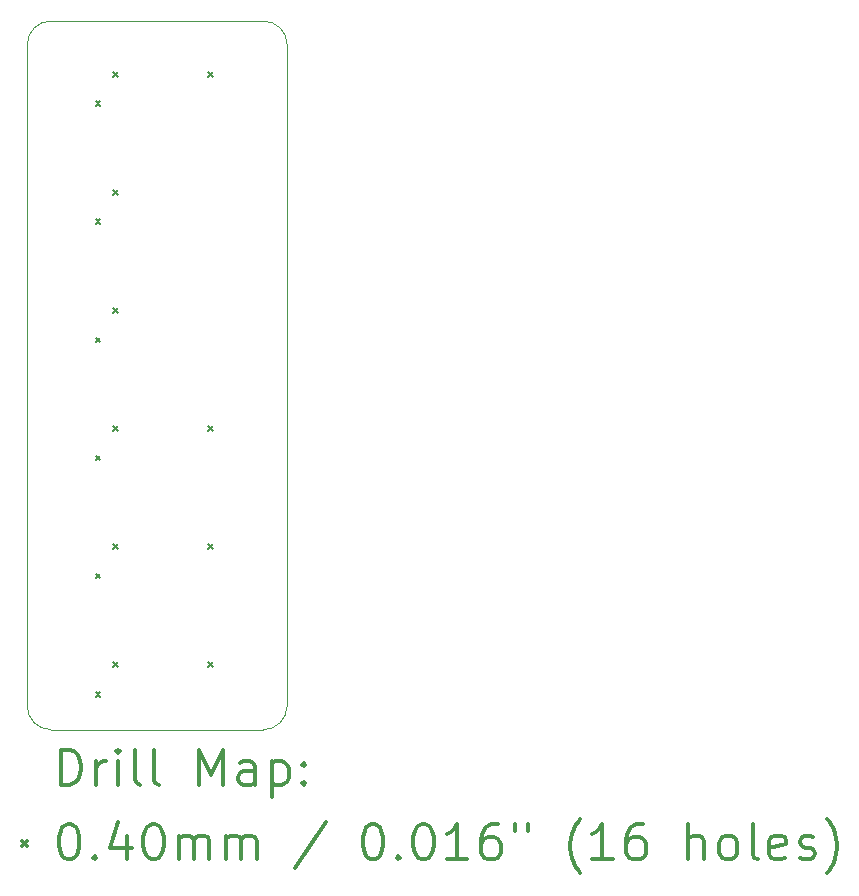
<source format=gbr>
%FSLAX45Y45*%
G04 Gerber Fmt 4.5, Leading zero omitted, Abs format (unit mm)*
G04 Created by KiCad (PCBNEW 5.1.9+dfsg1-1) date 2022-11-10 16:00:45*
%MOMM*%
%LPD*%
G01*
G04 APERTURE LIST*
%TA.AperFunction,Profile*%
%ADD10C,0.050000*%
%TD*%
%ADD11C,0.200000*%
%ADD12C,0.300000*%
G04 APERTURE END LIST*
D10*
X15450000Y-12300000D02*
G75*
G02*
X15250000Y-12500000I-200000J0D01*
G01*
X15250000Y-6500000D02*
G75*
G02*
X15450000Y-6700000I0J-200000D01*
G01*
X13250000Y-6700000D02*
G75*
G02*
X13450000Y-6500000I200000J0D01*
G01*
X13450000Y-12500000D02*
G75*
G02*
X13250000Y-12300000I0J200000D01*
G01*
X15250000Y-6500000D02*
X13450000Y-6500000D01*
X15450000Y-12300000D02*
X15450000Y-6700000D01*
X13250000Y-12300000D02*
X13250000Y-6700000D01*
X13450000Y-12500000D02*
X15250000Y-12500000D01*
D11*
X13830000Y-7180000D02*
X13870000Y-7220000D01*
X13870000Y-7180000D02*
X13830000Y-7220000D01*
X13830000Y-8180000D02*
X13870000Y-8220000D01*
X13870000Y-8180000D02*
X13830000Y-8220000D01*
X13830000Y-9180000D02*
X13870000Y-9220000D01*
X13870000Y-9180000D02*
X13830000Y-9220000D01*
X13830000Y-10180000D02*
X13870000Y-10220000D01*
X13870000Y-10180000D02*
X13830000Y-10220000D01*
X13830000Y-11180000D02*
X13870000Y-11220000D01*
X13870000Y-11180000D02*
X13830000Y-11220000D01*
X13830000Y-12180000D02*
X13870000Y-12220000D01*
X13870000Y-12180000D02*
X13830000Y-12220000D01*
X13980000Y-6930000D02*
X14020000Y-6970000D01*
X14020000Y-6930000D02*
X13980000Y-6970000D01*
X13980000Y-7930000D02*
X14020000Y-7970000D01*
X14020000Y-7930000D02*
X13980000Y-7970000D01*
X13980000Y-8930000D02*
X14020000Y-8970000D01*
X14020000Y-8930000D02*
X13980000Y-8970000D01*
X13980000Y-9930000D02*
X14020000Y-9970000D01*
X14020000Y-9930000D02*
X13980000Y-9970000D01*
X13980000Y-10930000D02*
X14020000Y-10970000D01*
X14020000Y-10930000D02*
X13980000Y-10970000D01*
X13980000Y-11930000D02*
X14020000Y-11970000D01*
X14020000Y-11930000D02*
X13980000Y-11970000D01*
X14780000Y-6930000D02*
X14820000Y-6970000D01*
X14820000Y-6930000D02*
X14780000Y-6970000D01*
X14780000Y-9930000D02*
X14820000Y-9970000D01*
X14820000Y-9930000D02*
X14780000Y-9970000D01*
X14780000Y-10930000D02*
X14820000Y-10970000D01*
X14820000Y-10930000D02*
X14780000Y-10970000D01*
X14780000Y-11930000D02*
X14820000Y-11970000D01*
X14820000Y-11930000D02*
X14780000Y-11970000D01*
D12*
X13533928Y-12968214D02*
X13533928Y-12668214D01*
X13605357Y-12668214D01*
X13648214Y-12682500D01*
X13676786Y-12711071D01*
X13691071Y-12739643D01*
X13705357Y-12796786D01*
X13705357Y-12839643D01*
X13691071Y-12896786D01*
X13676786Y-12925357D01*
X13648214Y-12953929D01*
X13605357Y-12968214D01*
X13533928Y-12968214D01*
X13833928Y-12968214D02*
X13833928Y-12768214D01*
X13833928Y-12825357D02*
X13848214Y-12796786D01*
X13862500Y-12782500D01*
X13891071Y-12768214D01*
X13919643Y-12768214D01*
X14019643Y-12968214D02*
X14019643Y-12768214D01*
X14019643Y-12668214D02*
X14005357Y-12682500D01*
X14019643Y-12696786D01*
X14033928Y-12682500D01*
X14019643Y-12668214D01*
X14019643Y-12696786D01*
X14205357Y-12968214D02*
X14176786Y-12953929D01*
X14162500Y-12925357D01*
X14162500Y-12668214D01*
X14362500Y-12968214D02*
X14333928Y-12953929D01*
X14319643Y-12925357D01*
X14319643Y-12668214D01*
X14705357Y-12968214D02*
X14705357Y-12668214D01*
X14805357Y-12882500D01*
X14905357Y-12668214D01*
X14905357Y-12968214D01*
X15176786Y-12968214D02*
X15176786Y-12811071D01*
X15162500Y-12782500D01*
X15133928Y-12768214D01*
X15076786Y-12768214D01*
X15048214Y-12782500D01*
X15176786Y-12953929D02*
X15148214Y-12968214D01*
X15076786Y-12968214D01*
X15048214Y-12953929D01*
X15033928Y-12925357D01*
X15033928Y-12896786D01*
X15048214Y-12868214D01*
X15076786Y-12853929D01*
X15148214Y-12853929D01*
X15176786Y-12839643D01*
X15319643Y-12768214D02*
X15319643Y-13068214D01*
X15319643Y-12782500D02*
X15348214Y-12768214D01*
X15405357Y-12768214D01*
X15433928Y-12782500D01*
X15448214Y-12796786D01*
X15462500Y-12825357D01*
X15462500Y-12911071D01*
X15448214Y-12939643D01*
X15433928Y-12953929D01*
X15405357Y-12968214D01*
X15348214Y-12968214D01*
X15319643Y-12953929D01*
X15591071Y-12939643D02*
X15605357Y-12953929D01*
X15591071Y-12968214D01*
X15576786Y-12953929D01*
X15591071Y-12939643D01*
X15591071Y-12968214D01*
X15591071Y-12782500D02*
X15605357Y-12796786D01*
X15591071Y-12811071D01*
X15576786Y-12796786D01*
X15591071Y-12782500D01*
X15591071Y-12811071D01*
X13207500Y-13442500D02*
X13247500Y-13482500D01*
X13247500Y-13442500D02*
X13207500Y-13482500D01*
X13591071Y-13298214D02*
X13619643Y-13298214D01*
X13648214Y-13312500D01*
X13662500Y-13326786D01*
X13676786Y-13355357D01*
X13691071Y-13412500D01*
X13691071Y-13483929D01*
X13676786Y-13541071D01*
X13662500Y-13569643D01*
X13648214Y-13583929D01*
X13619643Y-13598214D01*
X13591071Y-13598214D01*
X13562500Y-13583929D01*
X13548214Y-13569643D01*
X13533928Y-13541071D01*
X13519643Y-13483929D01*
X13519643Y-13412500D01*
X13533928Y-13355357D01*
X13548214Y-13326786D01*
X13562500Y-13312500D01*
X13591071Y-13298214D01*
X13819643Y-13569643D02*
X13833928Y-13583929D01*
X13819643Y-13598214D01*
X13805357Y-13583929D01*
X13819643Y-13569643D01*
X13819643Y-13598214D01*
X14091071Y-13398214D02*
X14091071Y-13598214D01*
X14019643Y-13283929D02*
X13948214Y-13498214D01*
X14133928Y-13498214D01*
X14305357Y-13298214D02*
X14333928Y-13298214D01*
X14362500Y-13312500D01*
X14376786Y-13326786D01*
X14391071Y-13355357D01*
X14405357Y-13412500D01*
X14405357Y-13483929D01*
X14391071Y-13541071D01*
X14376786Y-13569643D01*
X14362500Y-13583929D01*
X14333928Y-13598214D01*
X14305357Y-13598214D01*
X14276786Y-13583929D01*
X14262500Y-13569643D01*
X14248214Y-13541071D01*
X14233928Y-13483929D01*
X14233928Y-13412500D01*
X14248214Y-13355357D01*
X14262500Y-13326786D01*
X14276786Y-13312500D01*
X14305357Y-13298214D01*
X14533928Y-13598214D02*
X14533928Y-13398214D01*
X14533928Y-13426786D02*
X14548214Y-13412500D01*
X14576786Y-13398214D01*
X14619643Y-13398214D01*
X14648214Y-13412500D01*
X14662500Y-13441071D01*
X14662500Y-13598214D01*
X14662500Y-13441071D02*
X14676786Y-13412500D01*
X14705357Y-13398214D01*
X14748214Y-13398214D01*
X14776786Y-13412500D01*
X14791071Y-13441071D01*
X14791071Y-13598214D01*
X14933928Y-13598214D02*
X14933928Y-13398214D01*
X14933928Y-13426786D02*
X14948214Y-13412500D01*
X14976786Y-13398214D01*
X15019643Y-13398214D01*
X15048214Y-13412500D01*
X15062500Y-13441071D01*
X15062500Y-13598214D01*
X15062500Y-13441071D02*
X15076786Y-13412500D01*
X15105357Y-13398214D01*
X15148214Y-13398214D01*
X15176786Y-13412500D01*
X15191071Y-13441071D01*
X15191071Y-13598214D01*
X15776786Y-13283929D02*
X15519643Y-13669643D01*
X16162500Y-13298214D02*
X16191071Y-13298214D01*
X16219643Y-13312500D01*
X16233928Y-13326786D01*
X16248214Y-13355357D01*
X16262500Y-13412500D01*
X16262500Y-13483929D01*
X16248214Y-13541071D01*
X16233928Y-13569643D01*
X16219643Y-13583929D01*
X16191071Y-13598214D01*
X16162500Y-13598214D01*
X16133928Y-13583929D01*
X16119643Y-13569643D01*
X16105357Y-13541071D01*
X16091071Y-13483929D01*
X16091071Y-13412500D01*
X16105357Y-13355357D01*
X16119643Y-13326786D01*
X16133928Y-13312500D01*
X16162500Y-13298214D01*
X16391071Y-13569643D02*
X16405357Y-13583929D01*
X16391071Y-13598214D01*
X16376786Y-13583929D01*
X16391071Y-13569643D01*
X16391071Y-13598214D01*
X16591071Y-13298214D02*
X16619643Y-13298214D01*
X16648214Y-13312500D01*
X16662500Y-13326786D01*
X16676786Y-13355357D01*
X16691071Y-13412500D01*
X16691071Y-13483929D01*
X16676786Y-13541071D01*
X16662500Y-13569643D01*
X16648214Y-13583929D01*
X16619643Y-13598214D01*
X16591071Y-13598214D01*
X16562500Y-13583929D01*
X16548214Y-13569643D01*
X16533928Y-13541071D01*
X16519643Y-13483929D01*
X16519643Y-13412500D01*
X16533928Y-13355357D01*
X16548214Y-13326786D01*
X16562500Y-13312500D01*
X16591071Y-13298214D01*
X16976786Y-13598214D02*
X16805357Y-13598214D01*
X16891071Y-13598214D02*
X16891071Y-13298214D01*
X16862500Y-13341071D01*
X16833928Y-13369643D01*
X16805357Y-13383929D01*
X17233928Y-13298214D02*
X17176786Y-13298214D01*
X17148214Y-13312500D01*
X17133928Y-13326786D01*
X17105357Y-13369643D01*
X17091071Y-13426786D01*
X17091071Y-13541071D01*
X17105357Y-13569643D01*
X17119643Y-13583929D01*
X17148214Y-13598214D01*
X17205357Y-13598214D01*
X17233928Y-13583929D01*
X17248214Y-13569643D01*
X17262500Y-13541071D01*
X17262500Y-13469643D01*
X17248214Y-13441071D01*
X17233928Y-13426786D01*
X17205357Y-13412500D01*
X17148214Y-13412500D01*
X17119643Y-13426786D01*
X17105357Y-13441071D01*
X17091071Y-13469643D01*
X17376786Y-13298214D02*
X17376786Y-13355357D01*
X17491071Y-13298214D02*
X17491071Y-13355357D01*
X17933928Y-13712500D02*
X17919643Y-13698214D01*
X17891071Y-13655357D01*
X17876786Y-13626786D01*
X17862500Y-13583929D01*
X17848214Y-13512500D01*
X17848214Y-13455357D01*
X17862500Y-13383929D01*
X17876786Y-13341071D01*
X17891071Y-13312500D01*
X17919643Y-13269643D01*
X17933928Y-13255357D01*
X18205357Y-13598214D02*
X18033928Y-13598214D01*
X18119643Y-13598214D02*
X18119643Y-13298214D01*
X18091071Y-13341071D01*
X18062500Y-13369643D01*
X18033928Y-13383929D01*
X18462500Y-13298214D02*
X18405357Y-13298214D01*
X18376786Y-13312500D01*
X18362500Y-13326786D01*
X18333928Y-13369643D01*
X18319643Y-13426786D01*
X18319643Y-13541071D01*
X18333928Y-13569643D01*
X18348214Y-13583929D01*
X18376786Y-13598214D01*
X18433928Y-13598214D01*
X18462500Y-13583929D01*
X18476786Y-13569643D01*
X18491071Y-13541071D01*
X18491071Y-13469643D01*
X18476786Y-13441071D01*
X18462500Y-13426786D01*
X18433928Y-13412500D01*
X18376786Y-13412500D01*
X18348214Y-13426786D01*
X18333928Y-13441071D01*
X18319643Y-13469643D01*
X18848214Y-13598214D02*
X18848214Y-13298214D01*
X18976786Y-13598214D02*
X18976786Y-13441071D01*
X18962500Y-13412500D01*
X18933928Y-13398214D01*
X18891071Y-13398214D01*
X18862500Y-13412500D01*
X18848214Y-13426786D01*
X19162500Y-13598214D02*
X19133928Y-13583929D01*
X19119643Y-13569643D01*
X19105357Y-13541071D01*
X19105357Y-13455357D01*
X19119643Y-13426786D01*
X19133928Y-13412500D01*
X19162500Y-13398214D01*
X19205357Y-13398214D01*
X19233928Y-13412500D01*
X19248214Y-13426786D01*
X19262500Y-13455357D01*
X19262500Y-13541071D01*
X19248214Y-13569643D01*
X19233928Y-13583929D01*
X19205357Y-13598214D01*
X19162500Y-13598214D01*
X19433928Y-13598214D02*
X19405357Y-13583929D01*
X19391071Y-13555357D01*
X19391071Y-13298214D01*
X19662500Y-13583929D02*
X19633928Y-13598214D01*
X19576786Y-13598214D01*
X19548214Y-13583929D01*
X19533928Y-13555357D01*
X19533928Y-13441071D01*
X19548214Y-13412500D01*
X19576786Y-13398214D01*
X19633928Y-13398214D01*
X19662500Y-13412500D01*
X19676786Y-13441071D01*
X19676786Y-13469643D01*
X19533928Y-13498214D01*
X19791071Y-13583929D02*
X19819643Y-13598214D01*
X19876786Y-13598214D01*
X19905357Y-13583929D01*
X19919643Y-13555357D01*
X19919643Y-13541071D01*
X19905357Y-13512500D01*
X19876786Y-13498214D01*
X19833928Y-13498214D01*
X19805357Y-13483929D01*
X19791071Y-13455357D01*
X19791071Y-13441071D01*
X19805357Y-13412500D01*
X19833928Y-13398214D01*
X19876786Y-13398214D01*
X19905357Y-13412500D01*
X20019643Y-13712500D02*
X20033928Y-13698214D01*
X20062500Y-13655357D01*
X20076786Y-13626786D01*
X20091071Y-13583929D01*
X20105357Y-13512500D01*
X20105357Y-13455357D01*
X20091071Y-13383929D01*
X20076786Y-13341071D01*
X20062500Y-13312500D01*
X20033928Y-13269643D01*
X20019643Y-13255357D01*
M02*

</source>
